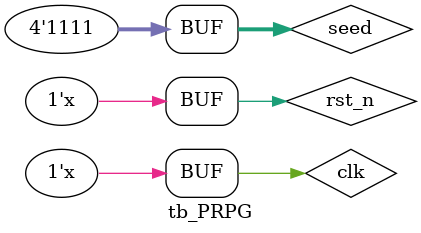
<source format=v>
`timescale 1ns / 1ps


module tb_PRPG; //Å×½ºÆ®º¥Ä¡ ¼±¾ð

reg clk, rst_n; // 1bit input
reg [0:n-1] seed; //°¡Àå Ã³À½ ÃÊ±â°ª
wire [0:n-1] qout; //shift register·Î »ý¼ºµÇ´Â °ª
wire sequence; //»ý¼ºµÈ bit sequence
wire [0:n-1] count; //bit sequence¿¡¼­ 1ÀÇ °³¼ö count
wire [0:n-1] num; //´ÙÀ½ clk cycle¿¡¼­ ³ªÅ¸³»±â À§ÇÑ 1ÀÇ °³¼ö
wire valid; //valid ½ÅÈ£

parameter n = 4; //bit ¼ö¿¡ ¸Â°Ô ÄÚµå°¡ µ¿ÀÛÇÏµµ·Ï ÆÄ¶ó¹ÌÅÍ ¼³Á¤

initial begin //ÃÊ±â°ª ¼±¾ð
    seed = {n{1'b1}}; //¸ðµç bit°¡ 1·Î Ã¤¿öÁø seed
    clk = 1'b1;
    rst_n = 1'b0; //rst_nÀ» ÅëÇØ °ª ÃÊ±âÈ­
    #5 rst_n = 1'b1;
end

always #5 clk <= ~clk; // 5ns¸¶´Ù clk °ª ¹ÝÀü
always #200 rst_n <= ~rst_n; //50ns¸¶´Ù rst_n °ª ¹ÝÀü

//PRPG ¸ðµâ¿¡ °ªÀ» Àü´ÞÇÏ¿© ½Ã¹Ä·¹ÀÌ¼Ç
PRPG prpg(clk, rst_n, seed, qout, sequence, count, num, valid);

endmodule

</source>
